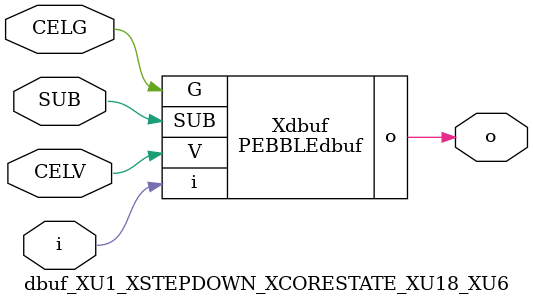
<source format=v>



module PEBBLEdbuf ( o, G, SUB, V, i );

  input V;
  input i;
  input G;
  output o;
  input SUB;
endmodule

//Celera Confidential Do Not Copy dbuf_XU1_XSTEPDOWN_XCORESTATE_XU18_XU6
//Celera Confidential Symbol Generator
//Digital Buffer
module dbuf_XU1_XSTEPDOWN_XCORESTATE_XU18_XU6 (CELV,CELG,i,o,SUB);
input CELV;
input CELG;
input i;
input SUB;
output o;

//Celera Confidential Do Not Copy dbuf
PEBBLEdbuf Xdbuf(
.V (CELV),
.i (i),
.o (o),
.SUB (SUB),
.G (CELG)
);
//,diesize,PEBBLEdbuf

//Celera Confidential Do Not Copy Module End
//Celera Schematic Generator
endmodule

</source>
